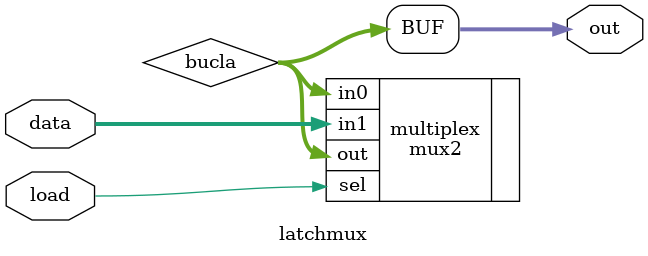
<source format=v>
module latchmux( input wire load, // 1 bit
					 input wire [3:0]data, // 4 biti
					 output wire [3:0]out // tot 4 biti
					);
					
wire [3:0]bucla;
					
mux2 multiplex(.in0(bucla), // legam in0 cu out pt a forma bucla de reactie
			  .in1(data),
			  .sel(load),
			  .out(bucla)
			  );
assign out = bucla;
					
endmodule 
</source>
